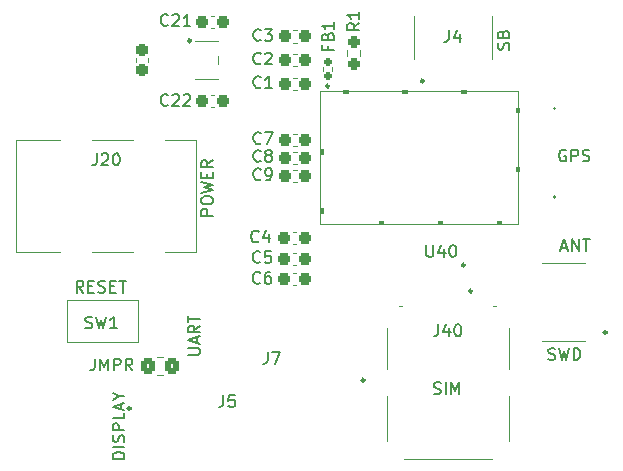
<source format=gto>
%TF.GenerationSoftware,KiCad,Pcbnew,(7.0.0)*%
%TF.CreationDate,2023-05-09T15:07:27+03:00*%
%TF.ProjectId,IoT_sulari,496f545f-7375-46c6-9172-692e6b696361,rev?*%
%TF.SameCoordinates,Original*%
%TF.FileFunction,Legend,Top*%
%TF.FilePolarity,Positive*%
%FSLAX46Y46*%
G04 Gerber Fmt 4.6, Leading zero omitted, Abs format (unit mm)*
G04 Created by KiCad (PCBNEW (7.0.0)) date 2023-05-09 15:07:27*
%MOMM*%
%LPD*%
G01*
G04 APERTURE LIST*
G04 Aperture macros list*
%AMRoundRect*
0 Rectangle with rounded corners*
0 $1 Rounding radius*
0 $2 $3 $4 $5 $6 $7 $8 $9 X,Y pos of 4 corners*
0 Add a 4 corners polygon primitive as box body*
4,1,4,$2,$3,$4,$5,$6,$7,$8,$9,$2,$3,0*
0 Add four circle primitives for the rounded corners*
1,1,$1+$1,$2,$3*
1,1,$1+$1,$4,$5*
1,1,$1+$1,$6,$7*
1,1,$1+$1,$8,$9*
0 Add four rect primitives between the rounded corners*
20,1,$1+$1,$2,$3,$4,$5,0*
20,1,$1+$1,$4,$5,$6,$7,0*
20,1,$1+$1,$6,$7,$8,$9,0*
20,1,$1+$1,$8,$9,$2,$3,0*%
G04 Aperture macros list end*
%ADD10C,0.241421*%
%ADD11C,0.153000*%
%ADD12C,0.127000*%
%ADD13C,0.120000*%
%ADD14C,0.100000*%
%ADD15R,1.000000X1.000000*%
%ADD16R,2.200000X1.050000*%
%ADD17R,0.972299X0.508000*%
%ADD18RoundRect,0.237500X-0.237500X0.300000X-0.237500X-0.300000X0.237500X-0.300000X0.237500X0.300000X0*%
%ADD19RoundRect,0.237500X0.300000X0.237500X-0.300000X0.237500X-0.300000X-0.237500X0.300000X-0.237500X0*%
%ADD20RoundRect,0.237500X-0.237500X0.250000X-0.237500X-0.250000X0.237500X-0.250000X0.237500X0.250000X0*%
%ADD21C,0.800000*%
%ADD22C,6.400000*%
%ADD23R,3.350000X2.160000*%
%ADD24R,1.000000X3.000000*%
%ADD25R,0.482600X1.803400*%
%ADD26R,1.030000X0.990600*%
%ADD27R,0.660400X1.295400*%
%ADD28RoundRect,0.250000X-0.350000X-0.450000X0.350000X-0.450000X0.350000X0.450000X-0.350000X0.450000X0*%
%ADD29RoundRect,0.160000X0.160000X-0.197500X0.160000X0.197500X-0.160000X0.197500X-0.160000X-0.197500X0*%
%ADD30R,0.300000X0.380000*%
%ADD31R,1.700000X0.400000*%
%ADD32R,2.006600X2.006600*%
%ADD33R,2.387600X0.762000*%
%ADD34R,0.762000X2.387600*%
%ADD35R,0.304800X0.304800*%
%ADD36R,0.812800X0.812800*%
G04 APERTURE END LIST*
D10*
X142620710Y-64058579D02*
G75*
G03*
X142620710Y-64058579I-120710J0D01*
G01*
X102320710Y-70500000D02*
G75*
G03*
X102320710Y-70500000I-120710J0D01*
G01*
X131220710Y-60558579D02*
G75*
G03*
X131220710Y-60558579I-120710J0D01*
G01*
X122120710Y-68100000D02*
G75*
G03*
X122120710Y-68100000I-120710J0D01*
G01*
X127120710Y-42758579D02*
G75*
G03*
X127120710Y-42758579I-120710J0D01*
G01*
X130620710Y-58358579D02*
G75*
G03*
X130620710Y-58358579I-120710J0D01*
G01*
X107420710Y-39358579D02*
G75*
G03*
X107420710Y-39358579I-120710J0D01*
G01*
X119120710Y-43200000D02*
G75*
G03*
X119120710Y-43200000I-120710J0D01*
G01*
D11*
X98309523Y-60682380D02*
X97976190Y-60206190D01*
X97738095Y-60682380D02*
X97738095Y-59682380D01*
X97738095Y-59682380D02*
X98119047Y-59682380D01*
X98119047Y-59682380D02*
X98214285Y-59730000D01*
X98214285Y-59730000D02*
X98261904Y-59777619D01*
X98261904Y-59777619D02*
X98309523Y-59872857D01*
X98309523Y-59872857D02*
X98309523Y-60015714D01*
X98309523Y-60015714D02*
X98261904Y-60110952D01*
X98261904Y-60110952D02*
X98214285Y-60158571D01*
X98214285Y-60158571D02*
X98119047Y-60206190D01*
X98119047Y-60206190D02*
X97738095Y-60206190D01*
X98738095Y-60158571D02*
X99071428Y-60158571D01*
X99214285Y-60682380D02*
X98738095Y-60682380D01*
X98738095Y-60682380D02*
X98738095Y-59682380D01*
X98738095Y-59682380D02*
X99214285Y-59682380D01*
X99595238Y-60634761D02*
X99738095Y-60682380D01*
X99738095Y-60682380D02*
X99976190Y-60682380D01*
X99976190Y-60682380D02*
X100071428Y-60634761D01*
X100071428Y-60634761D02*
X100119047Y-60587142D01*
X100119047Y-60587142D02*
X100166666Y-60491904D01*
X100166666Y-60491904D02*
X100166666Y-60396666D01*
X100166666Y-60396666D02*
X100119047Y-60301428D01*
X100119047Y-60301428D02*
X100071428Y-60253809D01*
X100071428Y-60253809D02*
X99976190Y-60206190D01*
X99976190Y-60206190D02*
X99785714Y-60158571D01*
X99785714Y-60158571D02*
X99690476Y-60110952D01*
X99690476Y-60110952D02*
X99642857Y-60063333D01*
X99642857Y-60063333D02*
X99595238Y-59968095D01*
X99595238Y-59968095D02*
X99595238Y-59872857D01*
X99595238Y-59872857D02*
X99642857Y-59777619D01*
X99642857Y-59777619D02*
X99690476Y-59730000D01*
X99690476Y-59730000D02*
X99785714Y-59682380D01*
X99785714Y-59682380D02*
X100023809Y-59682380D01*
X100023809Y-59682380D02*
X100166666Y-59730000D01*
X100595238Y-60158571D02*
X100928571Y-60158571D01*
X101071428Y-60682380D02*
X100595238Y-60682380D01*
X100595238Y-60682380D02*
X100595238Y-59682380D01*
X100595238Y-59682380D02*
X101071428Y-59682380D01*
X101357143Y-59682380D02*
X101928571Y-59682380D01*
X101642857Y-60682380D02*
X101642857Y-59682380D01*
X134334761Y-40109523D02*
X134382380Y-39966666D01*
X134382380Y-39966666D02*
X134382380Y-39728571D01*
X134382380Y-39728571D02*
X134334761Y-39633333D01*
X134334761Y-39633333D02*
X134287142Y-39585714D01*
X134287142Y-39585714D02*
X134191904Y-39538095D01*
X134191904Y-39538095D02*
X134096666Y-39538095D01*
X134096666Y-39538095D02*
X134001428Y-39585714D01*
X134001428Y-39585714D02*
X133953809Y-39633333D01*
X133953809Y-39633333D02*
X133906190Y-39728571D01*
X133906190Y-39728571D02*
X133858571Y-39919047D01*
X133858571Y-39919047D02*
X133810952Y-40014285D01*
X133810952Y-40014285D02*
X133763333Y-40061904D01*
X133763333Y-40061904D02*
X133668095Y-40109523D01*
X133668095Y-40109523D02*
X133572857Y-40109523D01*
X133572857Y-40109523D02*
X133477619Y-40061904D01*
X133477619Y-40061904D02*
X133430000Y-40014285D01*
X133430000Y-40014285D02*
X133382380Y-39919047D01*
X133382380Y-39919047D02*
X133382380Y-39680952D01*
X133382380Y-39680952D02*
X133430000Y-39538095D01*
X133858571Y-38776190D02*
X133906190Y-38633333D01*
X133906190Y-38633333D02*
X133953809Y-38585714D01*
X133953809Y-38585714D02*
X134049047Y-38538095D01*
X134049047Y-38538095D02*
X134191904Y-38538095D01*
X134191904Y-38538095D02*
X134287142Y-38585714D01*
X134287142Y-38585714D02*
X134334761Y-38633333D01*
X134334761Y-38633333D02*
X134382380Y-38728571D01*
X134382380Y-38728571D02*
X134382380Y-39109523D01*
X134382380Y-39109523D02*
X133382380Y-39109523D01*
X133382380Y-39109523D02*
X133382380Y-38776190D01*
X133382380Y-38776190D02*
X133430000Y-38680952D01*
X133430000Y-38680952D02*
X133477619Y-38633333D01*
X133477619Y-38633333D02*
X133572857Y-38585714D01*
X133572857Y-38585714D02*
X133668095Y-38585714D01*
X133668095Y-38585714D02*
X133763333Y-38633333D01*
X133763333Y-38633333D02*
X133810952Y-38680952D01*
X133810952Y-38680952D02*
X133858571Y-38776190D01*
X133858571Y-38776190D02*
X133858571Y-39109523D01*
X137690476Y-66334761D02*
X137833333Y-66382380D01*
X137833333Y-66382380D02*
X138071428Y-66382380D01*
X138071428Y-66382380D02*
X138166666Y-66334761D01*
X138166666Y-66334761D02*
X138214285Y-66287142D01*
X138214285Y-66287142D02*
X138261904Y-66191904D01*
X138261904Y-66191904D02*
X138261904Y-66096666D01*
X138261904Y-66096666D02*
X138214285Y-66001428D01*
X138214285Y-66001428D02*
X138166666Y-65953809D01*
X138166666Y-65953809D02*
X138071428Y-65906190D01*
X138071428Y-65906190D02*
X137880952Y-65858571D01*
X137880952Y-65858571D02*
X137785714Y-65810952D01*
X137785714Y-65810952D02*
X137738095Y-65763333D01*
X137738095Y-65763333D02*
X137690476Y-65668095D01*
X137690476Y-65668095D02*
X137690476Y-65572857D01*
X137690476Y-65572857D02*
X137738095Y-65477619D01*
X137738095Y-65477619D02*
X137785714Y-65430000D01*
X137785714Y-65430000D02*
X137880952Y-65382380D01*
X137880952Y-65382380D02*
X138119047Y-65382380D01*
X138119047Y-65382380D02*
X138261904Y-65430000D01*
X138595238Y-65382380D02*
X138833333Y-66382380D01*
X138833333Y-66382380D02*
X139023809Y-65668095D01*
X139023809Y-65668095D02*
X139214285Y-66382380D01*
X139214285Y-66382380D02*
X139452381Y-65382380D01*
X139833333Y-66382380D02*
X139833333Y-65382380D01*
X139833333Y-65382380D02*
X140071428Y-65382380D01*
X140071428Y-65382380D02*
X140214285Y-65430000D01*
X140214285Y-65430000D02*
X140309523Y-65525238D01*
X140309523Y-65525238D02*
X140357142Y-65620476D01*
X140357142Y-65620476D02*
X140404761Y-65810952D01*
X140404761Y-65810952D02*
X140404761Y-65953809D01*
X140404761Y-65953809D02*
X140357142Y-66144285D01*
X140357142Y-66144285D02*
X140309523Y-66239523D01*
X140309523Y-66239523D02*
X140214285Y-66334761D01*
X140214285Y-66334761D02*
X140071428Y-66382380D01*
X140071428Y-66382380D02*
X139833333Y-66382380D01*
X109282380Y-54161904D02*
X108282380Y-54161904D01*
X108282380Y-54161904D02*
X108282380Y-53780952D01*
X108282380Y-53780952D02*
X108330000Y-53685714D01*
X108330000Y-53685714D02*
X108377619Y-53638095D01*
X108377619Y-53638095D02*
X108472857Y-53590476D01*
X108472857Y-53590476D02*
X108615714Y-53590476D01*
X108615714Y-53590476D02*
X108710952Y-53638095D01*
X108710952Y-53638095D02*
X108758571Y-53685714D01*
X108758571Y-53685714D02*
X108806190Y-53780952D01*
X108806190Y-53780952D02*
X108806190Y-54161904D01*
X108282380Y-52971428D02*
X108282380Y-52780952D01*
X108282380Y-52780952D02*
X108330000Y-52685714D01*
X108330000Y-52685714D02*
X108425238Y-52590476D01*
X108425238Y-52590476D02*
X108615714Y-52542857D01*
X108615714Y-52542857D02*
X108949047Y-52542857D01*
X108949047Y-52542857D02*
X109139523Y-52590476D01*
X109139523Y-52590476D02*
X109234761Y-52685714D01*
X109234761Y-52685714D02*
X109282380Y-52780952D01*
X109282380Y-52780952D02*
X109282380Y-52971428D01*
X109282380Y-52971428D02*
X109234761Y-53066666D01*
X109234761Y-53066666D02*
X109139523Y-53161904D01*
X109139523Y-53161904D02*
X108949047Y-53209523D01*
X108949047Y-53209523D02*
X108615714Y-53209523D01*
X108615714Y-53209523D02*
X108425238Y-53161904D01*
X108425238Y-53161904D02*
X108330000Y-53066666D01*
X108330000Y-53066666D02*
X108282380Y-52971428D01*
X108282380Y-52209523D02*
X109282380Y-51971428D01*
X109282380Y-51971428D02*
X108568095Y-51780952D01*
X108568095Y-51780952D02*
X109282380Y-51590476D01*
X109282380Y-51590476D02*
X108282380Y-51352381D01*
X108758571Y-50971428D02*
X108758571Y-50638095D01*
X109282380Y-50495238D02*
X109282380Y-50971428D01*
X109282380Y-50971428D02*
X108282380Y-50971428D01*
X108282380Y-50971428D02*
X108282380Y-50495238D01*
X109282380Y-49495238D02*
X108806190Y-49828571D01*
X109282380Y-50066666D02*
X108282380Y-50066666D01*
X108282380Y-50066666D02*
X108282380Y-49685714D01*
X108282380Y-49685714D02*
X108330000Y-49590476D01*
X108330000Y-49590476D02*
X108377619Y-49542857D01*
X108377619Y-49542857D02*
X108472857Y-49495238D01*
X108472857Y-49495238D02*
X108615714Y-49495238D01*
X108615714Y-49495238D02*
X108710952Y-49542857D01*
X108710952Y-49542857D02*
X108758571Y-49590476D01*
X108758571Y-49590476D02*
X108806190Y-49685714D01*
X108806190Y-49685714D02*
X108806190Y-50066666D01*
X101782380Y-74761904D02*
X100782380Y-74761904D01*
X100782380Y-74761904D02*
X100782380Y-74523809D01*
X100782380Y-74523809D02*
X100830000Y-74380952D01*
X100830000Y-74380952D02*
X100925238Y-74285714D01*
X100925238Y-74285714D02*
X101020476Y-74238095D01*
X101020476Y-74238095D02*
X101210952Y-74190476D01*
X101210952Y-74190476D02*
X101353809Y-74190476D01*
X101353809Y-74190476D02*
X101544285Y-74238095D01*
X101544285Y-74238095D02*
X101639523Y-74285714D01*
X101639523Y-74285714D02*
X101734761Y-74380952D01*
X101734761Y-74380952D02*
X101782380Y-74523809D01*
X101782380Y-74523809D02*
X101782380Y-74761904D01*
X101782380Y-73761904D02*
X100782380Y-73761904D01*
X101734761Y-73333333D02*
X101782380Y-73190476D01*
X101782380Y-73190476D02*
X101782380Y-72952381D01*
X101782380Y-72952381D02*
X101734761Y-72857143D01*
X101734761Y-72857143D02*
X101687142Y-72809524D01*
X101687142Y-72809524D02*
X101591904Y-72761905D01*
X101591904Y-72761905D02*
X101496666Y-72761905D01*
X101496666Y-72761905D02*
X101401428Y-72809524D01*
X101401428Y-72809524D02*
X101353809Y-72857143D01*
X101353809Y-72857143D02*
X101306190Y-72952381D01*
X101306190Y-72952381D02*
X101258571Y-73142857D01*
X101258571Y-73142857D02*
X101210952Y-73238095D01*
X101210952Y-73238095D02*
X101163333Y-73285714D01*
X101163333Y-73285714D02*
X101068095Y-73333333D01*
X101068095Y-73333333D02*
X100972857Y-73333333D01*
X100972857Y-73333333D02*
X100877619Y-73285714D01*
X100877619Y-73285714D02*
X100830000Y-73238095D01*
X100830000Y-73238095D02*
X100782380Y-73142857D01*
X100782380Y-73142857D02*
X100782380Y-72904762D01*
X100782380Y-72904762D02*
X100830000Y-72761905D01*
X101782380Y-72333333D02*
X100782380Y-72333333D01*
X100782380Y-72333333D02*
X100782380Y-71952381D01*
X100782380Y-71952381D02*
X100830000Y-71857143D01*
X100830000Y-71857143D02*
X100877619Y-71809524D01*
X100877619Y-71809524D02*
X100972857Y-71761905D01*
X100972857Y-71761905D02*
X101115714Y-71761905D01*
X101115714Y-71761905D02*
X101210952Y-71809524D01*
X101210952Y-71809524D02*
X101258571Y-71857143D01*
X101258571Y-71857143D02*
X101306190Y-71952381D01*
X101306190Y-71952381D02*
X101306190Y-72333333D01*
X101782380Y-70857143D02*
X101782380Y-71333333D01*
X101782380Y-71333333D02*
X100782380Y-71333333D01*
X101496666Y-70571428D02*
X101496666Y-70095238D01*
X101782380Y-70666666D02*
X100782380Y-70333333D01*
X100782380Y-70333333D02*
X101782380Y-70000000D01*
X101306190Y-69476190D02*
X101782380Y-69476190D01*
X100782380Y-69809523D02*
X101306190Y-69476190D01*
X101306190Y-69476190D02*
X100782380Y-69142857D01*
X139161904Y-48630000D02*
X139066666Y-48582380D01*
X139066666Y-48582380D02*
X138923809Y-48582380D01*
X138923809Y-48582380D02*
X138780952Y-48630000D01*
X138780952Y-48630000D02*
X138685714Y-48725238D01*
X138685714Y-48725238D02*
X138638095Y-48820476D01*
X138638095Y-48820476D02*
X138590476Y-49010952D01*
X138590476Y-49010952D02*
X138590476Y-49153809D01*
X138590476Y-49153809D02*
X138638095Y-49344285D01*
X138638095Y-49344285D02*
X138685714Y-49439523D01*
X138685714Y-49439523D02*
X138780952Y-49534761D01*
X138780952Y-49534761D02*
X138923809Y-49582380D01*
X138923809Y-49582380D02*
X139019047Y-49582380D01*
X139019047Y-49582380D02*
X139161904Y-49534761D01*
X139161904Y-49534761D02*
X139209523Y-49487142D01*
X139209523Y-49487142D02*
X139209523Y-49153809D01*
X139209523Y-49153809D02*
X139019047Y-49153809D01*
X139638095Y-49582380D02*
X139638095Y-48582380D01*
X139638095Y-48582380D02*
X140019047Y-48582380D01*
X140019047Y-48582380D02*
X140114285Y-48630000D01*
X140114285Y-48630000D02*
X140161904Y-48677619D01*
X140161904Y-48677619D02*
X140209523Y-48772857D01*
X140209523Y-48772857D02*
X140209523Y-48915714D01*
X140209523Y-48915714D02*
X140161904Y-49010952D01*
X140161904Y-49010952D02*
X140114285Y-49058571D01*
X140114285Y-49058571D02*
X140019047Y-49106190D01*
X140019047Y-49106190D02*
X139638095Y-49106190D01*
X140590476Y-49534761D02*
X140733333Y-49582380D01*
X140733333Y-49582380D02*
X140971428Y-49582380D01*
X140971428Y-49582380D02*
X141066666Y-49534761D01*
X141066666Y-49534761D02*
X141114285Y-49487142D01*
X141114285Y-49487142D02*
X141161904Y-49391904D01*
X141161904Y-49391904D02*
X141161904Y-49296666D01*
X141161904Y-49296666D02*
X141114285Y-49201428D01*
X141114285Y-49201428D02*
X141066666Y-49153809D01*
X141066666Y-49153809D02*
X140971428Y-49106190D01*
X140971428Y-49106190D02*
X140780952Y-49058571D01*
X140780952Y-49058571D02*
X140685714Y-49010952D01*
X140685714Y-49010952D02*
X140638095Y-48963333D01*
X140638095Y-48963333D02*
X140590476Y-48868095D01*
X140590476Y-48868095D02*
X140590476Y-48772857D01*
X140590476Y-48772857D02*
X140638095Y-48677619D01*
X140638095Y-48677619D02*
X140685714Y-48630000D01*
X140685714Y-48630000D02*
X140780952Y-48582380D01*
X140780952Y-48582380D02*
X141019047Y-48582380D01*
X141019047Y-48582380D02*
X141161904Y-48630000D01*
X127990476Y-69234761D02*
X128133333Y-69282380D01*
X128133333Y-69282380D02*
X128371428Y-69282380D01*
X128371428Y-69282380D02*
X128466666Y-69234761D01*
X128466666Y-69234761D02*
X128514285Y-69187142D01*
X128514285Y-69187142D02*
X128561904Y-69091904D01*
X128561904Y-69091904D02*
X128561904Y-68996666D01*
X128561904Y-68996666D02*
X128514285Y-68901428D01*
X128514285Y-68901428D02*
X128466666Y-68853809D01*
X128466666Y-68853809D02*
X128371428Y-68806190D01*
X128371428Y-68806190D02*
X128180952Y-68758571D01*
X128180952Y-68758571D02*
X128085714Y-68710952D01*
X128085714Y-68710952D02*
X128038095Y-68663333D01*
X128038095Y-68663333D02*
X127990476Y-68568095D01*
X127990476Y-68568095D02*
X127990476Y-68472857D01*
X127990476Y-68472857D02*
X128038095Y-68377619D01*
X128038095Y-68377619D02*
X128085714Y-68330000D01*
X128085714Y-68330000D02*
X128180952Y-68282380D01*
X128180952Y-68282380D02*
X128419047Y-68282380D01*
X128419047Y-68282380D02*
X128561904Y-68330000D01*
X128990476Y-69282380D02*
X128990476Y-68282380D01*
X129466666Y-69282380D02*
X129466666Y-68282380D01*
X129466666Y-68282380D02*
X129799999Y-68996666D01*
X129799999Y-68996666D02*
X130133332Y-68282380D01*
X130133332Y-68282380D02*
X130133332Y-69282380D01*
X107182380Y-65961904D02*
X107991904Y-65961904D01*
X107991904Y-65961904D02*
X108087142Y-65914285D01*
X108087142Y-65914285D02*
X108134761Y-65866666D01*
X108134761Y-65866666D02*
X108182380Y-65771428D01*
X108182380Y-65771428D02*
X108182380Y-65580952D01*
X108182380Y-65580952D02*
X108134761Y-65485714D01*
X108134761Y-65485714D02*
X108087142Y-65438095D01*
X108087142Y-65438095D02*
X107991904Y-65390476D01*
X107991904Y-65390476D02*
X107182380Y-65390476D01*
X107896666Y-64961904D02*
X107896666Y-64485714D01*
X108182380Y-65057142D02*
X107182380Y-64723809D01*
X107182380Y-64723809D02*
X108182380Y-64390476D01*
X108182380Y-63485714D02*
X107706190Y-63819047D01*
X108182380Y-64057142D02*
X107182380Y-64057142D01*
X107182380Y-64057142D02*
X107182380Y-63676190D01*
X107182380Y-63676190D02*
X107230000Y-63580952D01*
X107230000Y-63580952D02*
X107277619Y-63533333D01*
X107277619Y-63533333D02*
X107372857Y-63485714D01*
X107372857Y-63485714D02*
X107515714Y-63485714D01*
X107515714Y-63485714D02*
X107610952Y-63533333D01*
X107610952Y-63533333D02*
X107658571Y-63580952D01*
X107658571Y-63580952D02*
X107706190Y-63676190D01*
X107706190Y-63676190D02*
X107706190Y-64057142D01*
X107182380Y-63199999D02*
X107182380Y-62628571D01*
X108182380Y-62914285D02*
X107182380Y-62914285D01*
X138790476Y-56896666D02*
X139266666Y-56896666D01*
X138695238Y-57182380D02*
X139028571Y-56182380D01*
X139028571Y-56182380D02*
X139361904Y-57182380D01*
X139695238Y-57182380D02*
X139695238Y-56182380D01*
X139695238Y-56182380D02*
X140266666Y-57182380D01*
X140266666Y-57182380D02*
X140266666Y-56182380D01*
X140600000Y-56182380D02*
X141171428Y-56182380D01*
X140885714Y-57182380D02*
X140885714Y-56182380D01*
%TO.C,C22*%
X105469593Y-44772142D02*
X105421974Y-44819761D01*
X105421974Y-44819761D02*
X105279117Y-44867380D01*
X105279117Y-44867380D02*
X105183879Y-44867380D01*
X105183879Y-44867380D02*
X105041022Y-44819761D01*
X105041022Y-44819761D02*
X104945784Y-44724523D01*
X104945784Y-44724523D02*
X104898165Y-44629285D01*
X104898165Y-44629285D02*
X104850546Y-44438809D01*
X104850546Y-44438809D02*
X104850546Y-44295952D01*
X104850546Y-44295952D02*
X104898165Y-44105476D01*
X104898165Y-44105476D02*
X104945784Y-44010238D01*
X104945784Y-44010238D02*
X105041022Y-43915000D01*
X105041022Y-43915000D02*
X105183879Y-43867380D01*
X105183879Y-43867380D02*
X105279117Y-43867380D01*
X105279117Y-43867380D02*
X105421974Y-43915000D01*
X105421974Y-43915000D02*
X105469593Y-43962619D01*
X105850546Y-43962619D02*
X105898165Y-43915000D01*
X105898165Y-43915000D02*
X105993403Y-43867380D01*
X105993403Y-43867380D02*
X106231498Y-43867380D01*
X106231498Y-43867380D02*
X106326736Y-43915000D01*
X106326736Y-43915000D02*
X106374355Y-43962619D01*
X106374355Y-43962619D02*
X106421974Y-44057857D01*
X106421974Y-44057857D02*
X106421974Y-44153095D01*
X106421974Y-44153095D02*
X106374355Y-44295952D01*
X106374355Y-44295952D02*
X105802927Y-44867380D01*
X105802927Y-44867380D02*
X106421974Y-44867380D01*
X106802927Y-43962619D02*
X106850546Y-43915000D01*
X106850546Y-43915000D02*
X106945784Y-43867380D01*
X106945784Y-43867380D02*
X107183879Y-43867380D01*
X107183879Y-43867380D02*
X107279117Y-43915000D01*
X107279117Y-43915000D02*
X107326736Y-43962619D01*
X107326736Y-43962619D02*
X107374355Y-44057857D01*
X107374355Y-44057857D02*
X107374355Y-44153095D01*
X107374355Y-44153095D02*
X107326736Y-44295952D01*
X107326736Y-44295952D02*
X106755308Y-44867380D01*
X106755308Y-44867380D02*
X107374355Y-44867380D01*
%TO.C,R1*%
X121667380Y-37866666D02*
X121191190Y-38199999D01*
X121667380Y-38438094D02*
X120667380Y-38438094D01*
X120667380Y-38438094D02*
X120667380Y-38057142D01*
X120667380Y-38057142D02*
X120715000Y-37961904D01*
X120715000Y-37961904D02*
X120762619Y-37914285D01*
X120762619Y-37914285D02*
X120857857Y-37866666D01*
X120857857Y-37866666D02*
X121000714Y-37866666D01*
X121000714Y-37866666D02*
X121095952Y-37914285D01*
X121095952Y-37914285D02*
X121143571Y-37961904D01*
X121143571Y-37961904D02*
X121191190Y-38057142D01*
X121191190Y-38057142D02*
X121191190Y-38438094D01*
X121667380Y-36914285D02*
X121667380Y-37485713D01*
X121667380Y-37199999D02*
X120667380Y-37199999D01*
X120667380Y-37199999D02*
X120810238Y-37295237D01*
X120810238Y-37295237D02*
X120905476Y-37390475D01*
X120905476Y-37390475D02*
X120953095Y-37485713D01*
%TO.C,SW1*%
X98491667Y-63669761D02*
X98634524Y-63717380D01*
X98634524Y-63717380D02*
X98872619Y-63717380D01*
X98872619Y-63717380D02*
X98967857Y-63669761D01*
X98967857Y-63669761D02*
X99015476Y-63622142D01*
X99015476Y-63622142D02*
X99063095Y-63526904D01*
X99063095Y-63526904D02*
X99063095Y-63431666D01*
X99063095Y-63431666D02*
X99015476Y-63336428D01*
X99015476Y-63336428D02*
X98967857Y-63288809D01*
X98967857Y-63288809D02*
X98872619Y-63241190D01*
X98872619Y-63241190D02*
X98682143Y-63193571D01*
X98682143Y-63193571D02*
X98586905Y-63145952D01*
X98586905Y-63145952D02*
X98539286Y-63098333D01*
X98539286Y-63098333D02*
X98491667Y-63003095D01*
X98491667Y-63003095D02*
X98491667Y-62907857D01*
X98491667Y-62907857D02*
X98539286Y-62812619D01*
X98539286Y-62812619D02*
X98586905Y-62765000D01*
X98586905Y-62765000D02*
X98682143Y-62717380D01*
X98682143Y-62717380D02*
X98920238Y-62717380D01*
X98920238Y-62717380D02*
X99063095Y-62765000D01*
X99396429Y-62717380D02*
X99634524Y-63717380D01*
X99634524Y-63717380D02*
X99825000Y-63003095D01*
X99825000Y-63003095D02*
X100015476Y-63717380D01*
X100015476Y-63717380D02*
X100253572Y-62717380D01*
X101158333Y-63717380D02*
X100586905Y-63717380D01*
X100872619Y-63717380D02*
X100872619Y-62717380D01*
X100872619Y-62717380D02*
X100777381Y-62860238D01*
X100777381Y-62860238D02*
X100682143Y-62955476D01*
X100682143Y-62955476D02*
X100586905Y-63003095D01*
%TO.C,J7*%
X113926666Y-65717380D02*
X113926666Y-66431666D01*
X113926666Y-66431666D02*
X113879047Y-66574523D01*
X113879047Y-66574523D02*
X113783809Y-66669761D01*
X113783809Y-66669761D02*
X113640952Y-66717380D01*
X113640952Y-66717380D02*
X113545714Y-66717380D01*
X114307619Y-65717380D02*
X114974285Y-65717380D01*
X114974285Y-65717380D02*
X114545714Y-66717380D01*
%TO.C,J40*%
X128355476Y-63372379D02*
X128355476Y-64086665D01*
X128355476Y-64086665D02*
X128307857Y-64229522D01*
X128307857Y-64229522D02*
X128212619Y-64324760D01*
X128212619Y-64324760D02*
X128069762Y-64372379D01*
X128069762Y-64372379D02*
X127974524Y-64372379D01*
X129260238Y-63705713D02*
X129260238Y-64372379D01*
X129022143Y-63324760D02*
X128784048Y-64039046D01*
X128784048Y-64039046D02*
X129403095Y-64039046D01*
X129974524Y-63372379D02*
X130069762Y-63372379D01*
X130069762Y-63372379D02*
X130165000Y-63419999D01*
X130165000Y-63419999D02*
X130212619Y-63467618D01*
X130212619Y-63467618D02*
X130260238Y-63562856D01*
X130260238Y-63562856D02*
X130307857Y-63753332D01*
X130307857Y-63753332D02*
X130307857Y-63991427D01*
X130307857Y-63991427D02*
X130260238Y-64181903D01*
X130260238Y-64181903D02*
X130212619Y-64277141D01*
X130212619Y-64277141D02*
X130165000Y-64324760D01*
X130165000Y-64324760D02*
X130069762Y-64372379D01*
X130069762Y-64372379D02*
X129974524Y-64372379D01*
X129974524Y-64372379D02*
X129879286Y-64324760D01*
X129879286Y-64324760D02*
X129831667Y-64277141D01*
X129831667Y-64277141D02*
X129784048Y-64181903D01*
X129784048Y-64181903D02*
X129736429Y-63991427D01*
X129736429Y-63991427D02*
X129736429Y-63753332D01*
X129736429Y-63753332D02*
X129784048Y-63562856D01*
X129784048Y-63562856D02*
X129831667Y-63467618D01*
X129831667Y-63467618D02*
X129879286Y-63419999D01*
X129879286Y-63419999D02*
X129974524Y-63372379D01*
%TO.C,JMPR*%
X99271428Y-66267380D02*
X99271428Y-66981666D01*
X99271428Y-66981666D02*
X99223809Y-67124523D01*
X99223809Y-67124523D02*
X99128571Y-67219761D01*
X99128571Y-67219761D02*
X98985714Y-67267380D01*
X98985714Y-67267380D02*
X98890476Y-67267380D01*
X99747619Y-67267380D02*
X99747619Y-66267380D01*
X99747619Y-66267380D02*
X100080952Y-66981666D01*
X100080952Y-66981666D02*
X100414285Y-66267380D01*
X100414285Y-66267380D02*
X100414285Y-67267380D01*
X100890476Y-67267380D02*
X100890476Y-66267380D01*
X100890476Y-66267380D02*
X101271428Y-66267380D01*
X101271428Y-66267380D02*
X101366666Y-66315000D01*
X101366666Y-66315000D02*
X101414285Y-66362619D01*
X101414285Y-66362619D02*
X101461904Y-66457857D01*
X101461904Y-66457857D02*
X101461904Y-66600714D01*
X101461904Y-66600714D02*
X101414285Y-66695952D01*
X101414285Y-66695952D02*
X101366666Y-66743571D01*
X101366666Y-66743571D02*
X101271428Y-66791190D01*
X101271428Y-66791190D02*
X100890476Y-66791190D01*
X102461904Y-67267380D02*
X102128571Y-66791190D01*
X101890476Y-67267380D02*
X101890476Y-66267380D01*
X101890476Y-66267380D02*
X102271428Y-66267380D01*
X102271428Y-66267380D02*
X102366666Y-66315000D01*
X102366666Y-66315000D02*
X102414285Y-66362619D01*
X102414285Y-66362619D02*
X102461904Y-66457857D01*
X102461904Y-66457857D02*
X102461904Y-66600714D01*
X102461904Y-66600714D02*
X102414285Y-66695952D01*
X102414285Y-66695952D02*
X102366666Y-66743571D01*
X102366666Y-66743571D02*
X102271428Y-66791190D01*
X102271428Y-66791190D02*
X101890476Y-66791190D01*
%TO.C,J5*%
X110166666Y-69367380D02*
X110166666Y-70081666D01*
X110166666Y-70081666D02*
X110119047Y-70224523D01*
X110119047Y-70224523D02*
X110023809Y-70319761D01*
X110023809Y-70319761D02*
X109880952Y-70367380D01*
X109880952Y-70367380D02*
X109785714Y-70367380D01*
X111119047Y-69367380D02*
X110642857Y-69367380D01*
X110642857Y-69367380D02*
X110595238Y-69843571D01*
X110595238Y-69843571D02*
X110642857Y-69795952D01*
X110642857Y-69795952D02*
X110738095Y-69748333D01*
X110738095Y-69748333D02*
X110976190Y-69748333D01*
X110976190Y-69748333D02*
X111071428Y-69795952D01*
X111071428Y-69795952D02*
X111119047Y-69843571D01*
X111119047Y-69843571D02*
X111166666Y-69938809D01*
X111166666Y-69938809D02*
X111166666Y-70176904D01*
X111166666Y-70176904D02*
X111119047Y-70272142D01*
X111119047Y-70272142D02*
X111071428Y-70319761D01*
X111071428Y-70319761D02*
X110976190Y-70367380D01*
X110976190Y-70367380D02*
X110738095Y-70367380D01*
X110738095Y-70367380D02*
X110642857Y-70319761D01*
X110642857Y-70319761D02*
X110595238Y-70272142D01*
%TO.C,C7*%
X113333333Y-48022142D02*
X113285714Y-48069761D01*
X113285714Y-48069761D02*
X113142857Y-48117380D01*
X113142857Y-48117380D02*
X113047619Y-48117380D01*
X113047619Y-48117380D02*
X112904762Y-48069761D01*
X112904762Y-48069761D02*
X112809524Y-47974523D01*
X112809524Y-47974523D02*
X112761905Y-47879285D01*
X112761905Y-47879285D02*
X112714286Y-47688809D01*
X112714286Y-47688809D02*
X112714286Y-47545952D01*
X112714286Y-47545952D02*
X112761905Y-47355476D01*
X112761905Y-47355476D02*
X112809524Y-47260238D01*
X112809524Y-47260238D02*
X112904762Y-47165000D01*
X112904762Y-47165000D02*
X113047619Y-47117380D01*
X113047619Y-47117380D02*
X113142857Y-47117380D01*
X113142857Y-47117380D02*
X113285714Y-47165000D01*
X113285714Y-47165000D02*
X113333333Y-47212619D01*
X113666667Y-47117380D02*
X114333333Y-47117380D01*
X114333333Y-47117380D02*
X113904762Y-48117380D01*
%TO.C,C4*%
X113145833Y-56334642D02*
X113098214Y-56382261D01*
X113098214Y-56382261D02*
X112955357Y-56429880D01*
X112955357Y-56429880D02*
X112860119Y-56429880D01*
X112860119Y-56429880D02*
X112717262Y-56382261D01*
X112717262Y-56382261D02*
X112622024Y-56287023D01*
X112622024Y-56287023D02*
X112574405Y-56191785D01*
X112574405Y-56191785D02*
X112526786Y-56001309D01*
X112526786Y-56001309D02*
X112526786Y-55858452D01*
X112526786Y-55858452D02*
X112574405Y-55667976D01*
X112574405Y-55667976D02*
X112622024Y-55572738D01*
X112622024Y-55572738D02*
X112717262Y-55477500D01*
X112717262Y-55477500D02*
X112860119Y-55429880D01*
X112860119Y-55429880D02*
X112955357Y-55429880D01*
X112955357Y-55429880D02*
X113098214Y-55477500D01*
X113098214Y-55477500D02*
X113145833Y-55525119D01*
X114002976Y-55763214D02*
X114002976Y-56429880D01*
X113764881Y-55382261D02*
X113526786Y-56096547D01*
X113526786Y-56096547D02*
X114145833Y-56096547D01*
%TO.C,C6*%
X113283333Y-59834642D02*
X113235714Y-59882261D01*
X113235714Y-59882261D02*
X113092857Y-59929880D01*
X113092857Y-59929880D02*
X112997619Y-59929880D01*
X112997619Y-59929880D02*
X112854762Y-59882261D01*
X112854762Y-59882261D02*
X112759524Y-59787023D01*
X112759524Y-59787023D02*
X112711905Y-59691785D01*
X112711905Y-59691785D02*
X112664286Y-59501309D01*
X112664286Y-59501309D02*
X112664286Y-59358452D01*
X112664286Y-59358452D02*
X112711905Y-59167976D01*
X112711905Y-59167976D02*
X112759524Y-59072738D01*
X112759524Y-59072738D02*
X112854762Y-58977500D01*
X112854762Y-58977500D02*
X112997619Y-58929880D01*
X112997619Y-58929880D02*
X113092857Y-58929880D01*
X113092857Y-58929880D02*
X113235714Y-58977500D01*
X113235714Y-58977500D02*
X113283333Y-59025119D01*
X114140476Y-58929880D02*
X113950000Y-58929880D01*
X113950000Y-58929880D02*
X113854762Y-58977500D01*
X113854762Y-58977500D02*
X113807143Y-59025119D01*
X113807143Y-59025119D02*
X113711905Y-59167976D01*
X113711905Y-59167976D02*
X113664286Y-59358452D01*
X113664286Y-59358452D02*
X113664286Y-59739404D01*
X113664286Y-59739404D02*
X113711905Y-59834642D01*
X113711905Y-59834642D02*
X113759524Y-59882261D01*
X113759524Y-59882261D02*
X113854762Y-59929880D01*
X113854762Y-59929880D02*
X114045238Y-59929880D01*
X114045238Y-59929880D02*
X114140476Y-59882261D01*
X114140476Y-59882261D02*
X114188095Y-59834642D01*
X114188095Y-59834642D02*
X114235714Y-59739404D01*
X114235714Y-59739404D02*
X114235714Y-59501309D01*
X114235714Y-59501309D02*
X114188095Y-59406071D01*
X114188095Y-59406071D02*
X114140476Y-59358452D01*
X114140476Y-59358452D02*
X114045238Y-59310833D01*
X114045238Y-59310833D02*
X113854762Y-59310833D01*
X113854762Y-59310833D02*
X113759524Y-59358452D01*
X113759524Y-59358452D02*
X113711905Y-59406071D01*
X113711905Y-59406071D02*
X113664286Y-59501309D01*
%TO.C,C5*%
X113283333Y-58084642D02*
X113235714Y-58132261D01*
X113235714Y-58132261D02*
X113092857Y-58179880D01*
X113092857Y-58179880D02*
X112997619Y-58179880D01*
X112997619Y-58179880D02*
X112854762Y-58132261D01*
X112854762Y-58132261D02*
X112759524Y-58037023D01*
X112759524Y-58037023D02*
X112711905Y-57941785D01*
X112711905Y-57941785D02*
X112664286Y-57751309D01*
X112664286Y-57751309D02*
X112664286Y-57608452D01*
X112664286Y-57608452D02*
X112711905Y-57417976D01*
X112711905Y-57417976D02*
X112759524Y-57322738D01*
X112759524Y-57322738D02*
X112854762Y-57227500D01*
X112854762Y-57227500D02*
X112997619Y-57179880D01*
X112997619Y-57179880D02*
X113092857Y-57179880D01*
X113092857Y-57179880D02*
X113235714Y-57227500D01*
X113235714Y-57227500D02*
X113283333Y-57275119D01*
X114188095Y-57179880D02*
X113711905Y-57179880D01*
X113711905Y-57179880D02*
X113664286Y-57656071D01*
X113664286Y-57656071D02*
X113711905Y-57608452D01*
X113711905Y-57608452D02*
X113807143Y-57560833D01*
X113807143Y-57560833D02*
X114045238Y-57560833D01*
X114045238Y-57560833D02*
X114140476Y-57608452D01*
X114140476Y-57608452D02*
X114188095Y-57656071D01*
X114188095Y-57656071D02*
X114235714Y-57751309D01*
X114235714Y-57751309D02*
X114235714Y-57989404D01*
X114235714Y-57989404D02*
X114188095Y-58084642D01*
X114188095Y-58084642D02*
X114140476Y-58132261D01*
X114140476Y-58132261D02*
X114045238Y-58179880D01*
X114045238Y-58179880D02*
X113807143Y-58179880D01*
X113807143Y-58179880D02*
X113711905Y-58132261D01*
X113711905Y-58132261D02*
X113664286Y-58084642D01*
%TO.C,FB1*%
X118993571Y-39833333D02*
X118993571Y-40166666D01*
X119517380Y-40166666D02*
X118517380Y-40166666D01*
X118517380Y-40166666D02*
X118517380Y-39690476D01*
X118993571Y-38976190D02*
X119041190Y-38833333D01*
X119041190Y-38833333D02*
X119088809Y-38785714D01*
X119088809Y-38785714D02*
X119184047Y-38738095D01*
X119184047Y-38738095D02*
X119326904Y-38738095D01*
X119326904Y-38738095D02*
X119422142Y-38785714D01*
X119422142Y-38785714D02*
X119469761Y-38833333D01*
X119469761Y-38833333D02*
X119517380Y-38928571D01*
X119517380Y-38928571D02*
X119517380Y-39309523D01*
X119517380Y-39309523D02*
X118517380Y-39309523D01*
X118517380Y-39309523D02*
X118517380Y-38976190D01*
X118517380Y-38976190D02*
X118565000Y-38880952D01*
X118565000Y-38880952D02*
X118612619Y-38833333D01*
X118612619Y-38833333D02*
X118707857Y-38785714D01*
X118707857Y-38785714D02*
X118803095Y-38785714D01*
X118803095Y-38785714D02*
X118898333Y-38833333D01*
X118898333Y-38833333D02*
X118945952Y-38880952D01*
X118945952Y-38880952D02*
X118993571Y-38976190D01*
X118993571Y-38976190D02*
X118993571Y-39309523D01*
X119517380Y-37785714D02*
X119517380Y-38357142D01*
X119517380Y-38071428D02*
X118517380Y-38071428D01*
X118517380Y-38071428D02*
X118660238Y-38166666D01*
X118660238Y-38166666D02*
X118755476Y-38261904D01*
X118755476Y-38261904D02*
X118803095Y-38357142D01*
%TO.C,U40*%
X127361905Y-56667380D02*
X127361905Y-57476904D01*
X127361905Y-57476904D02*
X127409524Y-57572142D01*
X127409524Y-57572142D02*
X127457143Y-57619761D01*
X127457143Y-57619761D02*
X127552381Y-57667380D01*
X127552381Y-57667380D02*
X127742857Y-57667380D01*
X127742857Y-57667380D02*
X127838095Y-57619761D01*
X127838095Y-57619761D02*
X127885714Y-57572142D01*
X127885714Y-57572142D02*
X127933333Y-57476904D01*
X127933333Y-57476904D02*
X127933333Y-56667380D01*
X128838095Y-57000714D02*
X128838095Y-57667380D01*
X128600000Y-56619761D02*
X128361905Y-57334047D01*
X128361905Y-57334047D02*
X128980952Y-57334047D01*
X129552381Y-56667380D02*
X129647619Y-56667380D01*
X129647619Y-56667380D02*
X129742857Y-56715000D01*
X129742857Y-56715000D02*
X129790476Y-56762619D01*
X129790476Y-56762619D02*
X129838095Y-56857857D01*
X129838095Y-56857857D02*
X129885714Y-57048333D01*
X129885714Y-57048333D02*
X129885714Y-57286428D01*
X129885714Y-57286428D02*
X129838095Y-57476904D01*
X129838095Y-57476904D02*
X129790476Y-57572142D01*
X129790476Y-57572142D02*
X129742857Y-57619761D01*
X129742857Y-57619761D02*
X129647619Y-57667380D01*
X129647619Y-57667380D02*
X129552381Y-57667380D01*
X129552381Y-57667380D02*
X129457143Y-57619761D01*
X129457143Y-57619761D02*
X129409524Y-57572142D01*
X129409524Y-57572142D02*
X129361905Y-57476904D01*
X129361905Y-57476904D02*
X129314286Y-57286428D01*
X129314286Y-57286428D02*
X129314286Y-57048333D01*
X129314286Y-57048333D02*
X129361905Y-56857857D01*
X129361905Y-56857857D02*
X129409524Y-56762619D01*
X129409524Y-56762619D02*
X129457143Y-56715000D01*
X129457143Y-56715000D02*
X129552381Y-56667380D01*
%TO.C,C8*%
X113333333Y-49522142D02*
X113285714Y-49569761D01*
X113285714Y-49569761D02*
X113142857Y-49617380D01*
X113142857Y-49617380D02*
X113047619Y-49617380D01*
X113047619Y-49617380D02*
X112904762Y-49569761D01*
X112904762Y-49569761D02*
X112809524Y-49474523D01*
X112809524Y-49474523D02*
X112761905Y-49379285D01*
X112761905Y-49379285D02*
X112714286Y-49188809D01*
X112714286Y-49188809D02*
X112714286Y-49045952D01*
X112714286Y-49045952D02*
X112761905Y-48855476D01*
X112761905Y-48855476D02*
X112809524Y-48760238D01*
X112809524Y-48760238D02*
X112904762Y-48665000D01*
X112904762Y-48665000D02*
X113047619Y-48617380D01*
X113047619Y-48617380D02*
X113142857Y-48617380D01*
X113142857Y-48617380D02*
X113285714Y-48665000D01*
X113285714Y-48665000D02*
X113333333Y-48712619D01*
X113904762Y-49045952D02*
X113809524Y-48998333D01*
X113809524Y-48998333D02*
X113761905Y-48950714D01*
X113761905Y-48950714D02*
X113714286Y-48855476D01*
X113714286Y-48855476D02*
X113714286Y-48807857D01*
X113714286Y-48807857D02*
X113761905Y-48712619D01*
X113761905Y-48712619D02*
X113809524Y-48665000D01*
X113809524Y-48665000D02*
X113904762Y-48617380D01*
X113904762Y-48617380D02*
X114095238Y-48617380D01*
X114095238Y-48617380D02*
X114190476Y-48665000D01*
X114190476Y-48665000D02*
X114238095Y-48712619D01*
X114238095Y-48712619D02*
X114285714Y-48807857D01*
X114285714Y-48807857D02*
X114285714Y-48855476D01*
X114285714Y-48855476D02*
X114238095Y-48950714D01*
X114238095Y-48950714D02*
X114190476Y-48998333D01*
X114190476Y-48998333D02*
X114095238Y-49045952D01*
X114095238Y-49045952D02*
X113904762Y-49045952D01*
X113904762Y-49045952D02*
X113809524Y-49093571D01*
X113809524Y-49093571D02*
X113761905Y-49141190D01*
X113761905Y-49141190D02*
X113714286Y-49236428D01*
X113714286Y-49236428D02*
X113714286Y-49426904D01*
X113714286Y-49426904D02*
X113761905Y-49522142D01*
X113761905Y-49522142D02*
X113809524Y-49569761D01*
X113809524Y-49569761D02*
X113904762Y-49617380D01*
X113904762Y-49617380D02*
X114095238Y-49617380D01*
X114095238Y-49617380D02*
X114190476Y-49569761D01*
X114190476Y-49569761D02*
X114238095Y-49522142D01*
X114238095Y-49522142D02*
X114285714Y-49426904D01*
X114285714Y-49426904D02*
X114285714Y-49236428D01*
X114285714Y-49236428D02*
X114238095Y-49141190D01*
X114238095Y-49141190D02*
X114190476Y-49093571D01*
X114190476Y-49093571D02*
X114095238Y-49045952D01*
%TO.C,J20*%
X99430476Y-48907382D02*
X99430476Y-49621668D01*
X99430476Y-49621668D02*
X99382857Y-49764525D01*
X99382857Y-49764525D02*
X99287619Y-49859763D01*
X99287619Y-49859763D02*
X99144762Y-49907382D01*
X99144762Y-49907382D02*
X99049524Y-49907382D01*
X99859048Y-49002621D02*
X99906667Y-48955002D01*
X99906667Y-48955002D02*
X100001905Y-48907382D01*
X100001905Y-48907382D02*
X100240000Y-48907382D01*
X100240000Y-48907382D02*
X100335238Y-48955002D01*
X100335238Y-48955002D02*
X100382857Y-49002621D01*
X100382857Y-49002621D02*
X100430476Y-49097859D01*
X100430476Y-49097859D02*
X100430476Y-49193097D01*
X100430476Y-49193097D02*
X100382857Y-49335954D01*
X100382857Y-49335954D02*
X99811429Y-49907382D01*
X99811429Y-49907382D02*
X100430476Y-49907382D01*
X101049524Y-48907382D02*
X101144762Y-48907382D01*
X101144762Y-48907382D02*
X101240000Y-48955002D01*
X101240000Y-48955002D02*
X101287619Y-49002621D01*
X101287619Y-49002621D02*
X101335238Y-49097859D01*
X101335238Y-49097859D02*
X101382857Y-49288335D01*
X101382857Y-49288335D02*
X101382857Y-49526430D01*
X101382857Y-49526430D02*
X101335238Y-49716906D01*
X101335238Y-49716906D02*
X101287619Y-49812144D01*
X101287619Y-49812144D02*
X101240000Y-49859763D01*
X101240000Y-49859763D02*
X101144762Y-49907382D01*
X101144762Y-49907382D02*
X101049524Y-49907382D01*
X101049524Y-49907382D02*
X100954286Y-49859763D01*
X100954286Y-49859763D02*
X100906667Y-49812144D01*
X100906667Y-49812144D02*
X100859048Y-49716906D01*
X100859048Y-49716906D02*
X100811429Y-49526430D01*
X100811429Y-49526430D02*
X100811429Y-49288335D01*
X100811429Y-49288335D02*
X100859048Y-49097859D01*
X100859048Y-49097859D02*
X100906667Y-49002621D01*
X100906667Y-49002621D02*
X100954286Y-48955002D01*
X100954286Y-48955002D02*
X101049524Y-48907382D01*
%TO.C,C2*%
X113333333Y-41272142D02*
X113285714Y-41319761D01*
X113285714Y-41319761D02*
X113142857Y-41367380D01*
X113142857Y-41367380D02*
X113047619Y-41367380D01*
X113047619Y-41367380D02*
X112904762Y-41319761D01*
X112904762Y-41319761D02*
X112809524Y-41224523D01*
X112809524Y-41224523D02*
X112761905Y-41129285D01*
X112761905Y-41129285D02*
X112714286Y-40938809D01*
X112714286Y-40938809D02*
X112714286Y-40795952D01*
X112714286Y-40795952D02*
X112761905Y-40605476D01*
X112761905Y-40605476D02*
X112809524Y-40510238D01*
X112809524Y-40510238D02*
X112904762Y-40415000D01*
X112904762Y-40415000D02*
X113047619Y-40367380D01*
X113047619Y-40367380D02*
X113142857Y-40367380D01*
X113142857Y-40367380D02*
X113285714Y-40415000D01*
X113285714Y-40415000D02*
X113333333Y-40462619D01*
X113714286Y-40462619D02*
X113761905Y-40415000D01*
X113761905Y-40415000D02*
X113857143Y-40367380D01*
X113857143Y-40367380D02*
X114095238Y-40367380D01*
X114095238Y-40367380D02*
X114190476Y-40415000D01*
X114190476Y-40415000D02*
X114238095Y-40462619D01*
X114238095Y-40462619D02*
X114285714Y-40557857D01*
X114285714Y-40557857D02*
X114285714Y-40653095D01*
X114285714Y-40653095D02*
X114238095Y-40795952D01*
X114238095Y-40795952D02*
X113666667Y-41367380D01*
X113666667Y-41367380D02*
X114285714Y-41367380D01*
%TO.C,C21*%
X105469593Y-38022142D02*
X105421974Y-38069761D01*
X105421974Y-38069761D02*
X105279117Y-38117380D01*
X105279117Y-38117380D02*
X105183879Y-38117380D01*
X105183879Y-38117380D02*
X105041022Y-38069761D01*
X105041022Y-38069761D02*
X104945784Y-37974523D01*
X104945784Y-37974523D02*
X104898165Y-37879285D01*
X104898165Y-37879285D02*
X104850546Y-37688809D01*
X104850546Y-37688809D02*
X104850546Y-37545952D01*
X104850546Y-37545952D02*
X104898165Y-37355476D01*
X104898165Y-37355476D02*
X104945784Y-37260238D01*
X104945784Y-37260238D02*
X105041022Y-37165000D01*
X105041022Y-37165000D02*
X105183879Y-37117380D01*
X105183879Y-37117380D02*
X105279117Y-37117380D01*
X105279117Y-37117380D02*
X105421974Y-37165000D01*
X105421974Y-37165000D02*
X105469593Y-37212619D01*
X105850546Y-37212619D02*
X105898165Y-37165000D01*
X105898165Y-37165000D02*
X105993403Y-37117380D01*
X105993403Y-37117380D02*
X106231498Y-37117380D01*
X106231498Y-37117380D02*
X106326736Y-37165000D01*
X106326736Y-37165000D02*
X106374355Y-37212619D01*
X106374355Y-37212619D02*
X106421974Y-37307857D01*
X106421974Y-37307857D02*
X106421974Y-37403095D01*
X106421974Y-37403095D02*
X106374355Y-37545952D01*
X106374355Y-37545952D02*
X105802927Y-38117380D01*
X105802927Y-38117380D02*
X106421974Y-38117380D01*
X107374355Y-38117380D02*
X106802927Y-38117380D01*
X107088641Y-38117380D02*
X107088641Y-37117380D01*
X107088641Y-37117380D02*
X106993403Y-37260238D01*
X106993403Y-37260238D02*
X106898165Y-37355476D01*
X106898165Y-37355476D02*
X106802927Y-37403095D01*
%TO.C,C1*%
X113333333Y-43272142D02*
X113285714Y-43319761D01*
X113285714Y-43319761D02*
X113142857Y-43367380D01*
X113142857Y-43367380D02*
X113047619Y-43367380D01*
X113047619Y-43367380D02*
X112904762Y-43319761D01*
X112904762Y-43319761D02*
X112809524Y-43224523D01*
X112809524Y-43224523D02*
X112761905Y-43129285D01*
X112761905Y-43129285D02*
X112714286Y-42938809D01*
X112714286Y-42938809D02*
X112714286Y-42795952D01*
X112714286Y-42795952D02*
X112761905Y-42605476D01*
X112761905Y-42605476D02*
X112809524Y-42510238D01*
X112809524Y-42510238D02*
X112904762Y-42415000D01*
X112904762Y-42415000D02*
X113047619Y-42367380D01*
X113047619Y-42367380D02*
X113142857Y-42367380D01*
X113142857Y-42367380D02*
X113285714Y-42415000D01*
X113285714Y-42415000D02*
X113333333Y-42462619D01*
X114285714Y-43367380D02*
X113714286Y-43367380D01*
X114000000Y-43367380D02*
X114000000Y-42367380D01*
X114000000Y-42367380D02*
X113904762Y-42510238D01*
X113904762Y-42510238D02*
X113809524Y-42605476D01*
X113809524Y-42605476D02*
X113714286Y-42653095D01*
%TO.C,C9*%
X113333333Y-51072142D02*
X113285714Y-51119761D01*
X113285714Y-51119761D02*
X113142857Y-51167380D01*
X113142857Y-51167380D02*
X113047619Y-51167380D01*
X113047619Y-51167380D02*
X112904762Y-51119761D01*
X112904762Y-51119761D02*
X112809524Y-51024523D01*
X112809524Y-51024523D02*
X112761905Y-50929285D01*
X112761905Y-50929285D02*
X112714286Y-50738809D01*
X112714286Y-50738809D02*
X112714286Y-50595952D01*
X112714286Y-50595952D02*
X112761905Y-50405476D01*
X112761905Y-50405476D02*
X112809524Y-50310238D01*
X112809524Y-50310238D02*
X112904762Y-50215000D01*
X112904762Y-50215000D02*
X113047619Y-50167380D01*
X113047619Y-50167380D02*
X113142857Y-50167380D01*
X113142857Y-50167380D02*
X113285714Y-50215000D01*
X113285714Y-50215000D02*
X113333333Y-50262619D01*
X113809524Y-51167380D02*
X114000000Y-51167380D01*
X114000000Y-51167380D02*
X114095238Y-51119761D01*
X114095238Y-51119761D02*
X114142857Y-51072142D01*
X114142857Y-51072142D02*
X114238095Y-50929285D01*
X114238095Y-50929285D02*
X114285714Y-50738809D01*
X114285714Y-50738809D02*
X114285714Y-50357857D01*
X114285714Y-50357857D02*
X114238095Y-50262619D01*
X114238095Y-50262619D02*
X114190476Y-50215000D01*
X114190476Y-50215000D02*
X114095238Y-50167380D01*
X114095238Y-50167380D02*
X113904762Y-50167380D01*
X113904762Y-50167380D02*
X113809524Y-50215000D01*
X113809524Y-50215000D02*
X113761905Y-50262619D01*
X113761905Y-50262619D02*
X113714286Y-50357857D01*
X113714286Y-50357857D02*
X113714286Y-50595952D01*
X113714286Y-50595952D02*
X113761905Y-50691190D01*
X113761905Y-50691190D02*
X113809524Y-50738809D01*
X113809524Y-50738809D02*
X113904762Y-50786428D01*
X113904762Y-50786428D02*
X114095238Y-50786428D01*
X114095238Y-50786428D02*
X114190476Y-50738809D01*
X114190476Y-50738809D02*
X114238095Y-50691190D01*
X114238095Y-50691190D02*
X114285714Y-50595952D01*
%TO.C,C3*%
X113333333Y-39272142D02*
X113285714Y-39319761D01*
X113285714Y-39319761D02*
X113142857Y-39367380D01*
X113142857Y-39367380D02*
X113047619Y-39367380D01*
X113047619Y-39367380D02*
X112904762Y-39319761D01*
X112904762Y-39319761D02*
X112809524Y-39224523D01*
X112809524Y-39224523D02*
X112761905Y-39129285D01*
X112761905Y-39129285D02*
X112714286Y-38938809D01*
X112714286Y-38938809D02*
X112714286Y-38795952D01*
X112714286Y-38795952D02*
X112761905Y-38605476D01*
X112761905Y-38605476D02*
X112809524Y-38510238D01*
X112809524Y-38510238D02*
X112904762Y-38415000D01*
X112904762Y-38415000D02*
X113047619Y-38367380D01*
X113047619Y-38367380D02*
X113142857Y-38367380D01*
X113142857Y-38367380D02*
X113285714Y-38415000D01*
X113285714Y-38415000D02*
X113333333Y-38462619D01*
X113666667Y-38367380D02*
X114285714Y-38367380D01*
X114285714Y-38367380D02*
X113952381Y-38748333D01*
X113952381Y-38748333D02*
X114095238Y-38748333D01*
X114095238Y-38748333D02*
X114190476Y-38795952D01*
X114190476Y-38795952D02*
X114238095Y-38843571D01*
X114238095Y-38843571D02*
X114285714Y-38938809D01*
X114285714Y-38938809D02*
X114285714Y-39176904D01*
X114285714Y-39176904D02*
X114238095Y-39272142D01*
X114238095Y-39272142D02*
X114190476Y-39319761D01*
X114190476Y-39319761D02*
X114095238Y-39367380D01*
X114095238Y-39367380D02*
X113809524Y-39367380D01*
X113809524Y-39367380D02*
X113714286Y-39319761D01*
X113714286Y-39319761D02*
X113666667Y-39272142D01*
%TO.C,J4*%
X129266666Y-38467380D02*
X129266666Y-39181666D01*
X129266666Y-39181666D02*
X129219047Y-39324523D01*
X129219047Y-39324523D02*
X129123809Y-39419761D01*
X129123809Y-39419761D02*
X128980952Y-39467380D01*
X128980952Y-39467380D02*
X128885714Y-39467380D01*
X130171428Y-38800714D02*
X130171428Y-39467380D01*
X129933333Y-38419761D02*
X129695238Y-39134047D01*
X129695238Y-39134047D02*
X130314285Y-39134047D01*
%TO.C,J1*%
D12*
X138263500Y-45100000D02*
G75*
G03*
X138263500Y-45100000I-63500J0D01*
G01*
D13*
%TO.C,U20*%
X107746700Y-42638300D02*
X109753300Y-42638300D01*
X109753300Y-39361700D02*
X107746700Y-39361700D01*
X109753300Y-41363261D02*
X109753300Y-40636739D01*
%TO.C,C20*%
X103810000Y-40853733D02*
X103810000Y-41146267D01*
X102790000Y-40853733D02*
X102790000Y-41146267D01*
%TO.C,C22*%
X109379569Y-45010000D02*
X109087035Y-45010000D01*
X109379569Y-43990000D02*
X109087035Y-43990000D01*
%TO.C,R1*%
X121722500Y-40145276D02*
X121722500Y-40654724D01*
X120677500Y-40145276D02*
X120677500Y-40654724D01*
D14*
%TO.C,SW1*%
X96900000Y-61350000D02*
X102900000Y-61350000D01*
X102900000Y-61350000D02*
X102900000Y-64850000D01*
X102900000Y-64850000D02*
X96900000Y-64850000D01*
X96900000Y-64850000D02*
X96900000Y-61350000D01*
D13*
%TO.C,J40*%
X124008800Y-63651354D02*
X124008800Y-67158604D01*
X124008800Y-69401393D02*
X124008800Y-73222442D01*
X125327060Y-61782999D02*
X125074076Y-61782999D01*
X125443687Y-74736999D02*
X132886313Y-74736999D01*
X133255924Y-61782999D02*
X133002940Y-61782999D01*
X134321200Y-67158604D02*
X134321200Y-63651354D01*
X134321200Y-73222442D02*
X134321200Y-69401393D01*
%TO.C,JMPR*%
X104572936Y-66165000D02*
X105027064Y-66165000D01*
X104572936Y-67635000D02*
X105027064Y-67635000D01*
%TO.C,C7*%
X116396267Y-48260000D02*
X116103733Y-48260000D01*
X116396267Y-47240000D02*
X116103733Y-47240000D01*
%TO.C,C4*%
X116346267Y-56572500D02*
X116053733Y-56572500D01*
X116346267Y-55552500D02*
X116053733Y-55552500D01*
%TO.C,C6*%
X116336985Y-60072500D02*
X116044451Y-60072500D01*
X116336985Y-59052500D02*
X116044451Y-59052500D01*
%TO.C,C5*%
X116346267Y-58322500D02*
X116053733Y-58322500D01*
X116346267Y-57302500D02*
X116053733Y-57302500D01*
%TO.C,FB1*%
X118620000Y-41917621D02*
X118620000Y-41582379D01*
X119380000Y-41917621D02*
X119380000Y-41582379D01*
%TO.C,C8*%
X116396267Y-49760000D02*
X116103733Y-49760000D01*
X116396267Y-48740000D02*
X116103733Y-48740000D01*
%TO.C,J20*%
X92573010Y-47775601D02*
X92573010Y-57224401D01*
X92573010Y-57224401D02*
X96363960Y-57224401D01*
X96363960Y-47775601D02*
X92573010Y-47775601D01*
X99036040Y-57224401D02*
X102513960Y-57224401D01*
X102513960Y-47775601D02*
X99036040Y-47775601D01*
X105186040Y-57224401D02*
X107838410Y-57224401D01*
X107838410Y-47775601D02*
X105186040Y-47775601D01*
X107838410Y-57224401D02*
X107838410Y-47775601D01*
%TO.C,J2*%
D12*
X138263500Y-52600000D02*
G75*
G03*
X138263500Y-52600000I-63500J0D01*
G01*
D13*
%TO.C,C2*%
X116396267Y-41510000D02*
X116103733Y-41510000D01*
X116396267Y-40490000D02*
X116103733Y-40490000D01*
%TO.C,C21*%
X109396218Y-38260000D02*
X109103684Y-38260000D01*
X109396218Y-37240000D02*
X109103684Y-37240000D01*
%TO.C,C1*%
X116396267Y-43510000D02*
X116103733Y-43510000D01*
X116396267Y-42490000D02*
X116103733Y-42490000D01*
%TO.C,J3*%
X137171200Y-64802000D02*
X140828800Y-64802000D01*
X140828800Y-58198000D02*
X137171200Y-58198000D01*
%TO.C,C9*%
X116396267Y-51310000D02*
X116103733Y-51310000D01*
X116396267Y-50290000D02*
X116103733Y-50290000D01*
%TO.C,C3*%
X116396267Y-39510000D02*
X116103733Y-39510000D01*
X116396267Y-38490000D02*
X116103733Y-38490000D01*
%TO.C,J4*%
X126298000Y-37271200D02*
X126298000Y-40928800D01*
X132902000Y-40928800D02*
X132902000Y-37271200D01*
%TO.C,U2*%
X118368000Y-43598900D02*
X118368000Y-54851100D01*
X118368000Y-54851100D02*
X135132000Y-54851100D01*
X135132000Y-43598900D02*
X118368000Y-43598900D01*
X135132000Y-54851100D02*
X135132000Y-43598900D01*
G36*
X118593600Y-48915501D02*
G01*
X118339600Y-48915501D01*
X118339600Y-48534501D01*
X118593600Y-48534501D01*
X118593600Y-48915501D01*
G37*
D14*
X118593600Y-48915501D02*
X118339600Y-48915501D01*
X118339600Y-48534501D01*
X118593600Y-48534501D01*
X118593600Y-48915501D01*
G36*
X118593600Y-53915501D02*
G01*
X118339600Y-53915501D01*
X118339600Y-53534501D01*
X118593600Y-53534501D01*
X118593600Y-53915501D01*
G37*
X118593600Y-53915501D02*
X118339600Y-53915501D01*
X118339600Y-53534501D01*
X118593600Y-53534501D01*
X118593600Y-53915501D01*
G36*
X120690500Y-43818600D02*
G01*
X120309500Y-43818600D01*
X120309500Y-43564600D01*
X120690500Y-43564600D01*
X120690500Y-43818600D01*
G37*
X120690500Y-43818600D02*
X120309500Y-43818600D01*
X120309500Y-43564600D01*
X120690500Y-43564600D01*
X120690500Y-43818600D01*
G36*
X123690499Y-54885400D02*
G01*
X123309499Y-54885400D01*
X123309499Y-54631400D01*
X123690499Y-54631400D01*
X123690499Y-54885400D01*
G37*
X123690499Y-54885400D02*
X123309499Y-54885400D01*
X123309499Y-54631400D01*
X123690499Y-54631400D01*
X123690499Y-54885400D01*
G36*
X125690500Y-43818600D02*
G01*
X125309500Y-43818600D01*
X125309500Y-43564600D01*
X125690500Y-43564600D01*
X125690500Y-43818600D01*
G37*
X125690500Y-43818600D02*
X125309500Y-43818600D01*
X125309500Y-43564600D01*
X125690500Y-43564600D01*
X125690500Y-43818600D01*
G36*
X128690499Y-54885400D02*
G01*
X128309499Y-54885400D01*
X128309499Y-54631400D01*
X128690499Y-54631400D01*
X128690499Y-54885400D01*
G37*
X128690499Y-54885400D02*
X128309499Y-54885400D01*
X128309499Y-54631400D01*
X128690499Y-54631400D01*
X128690499Y-54885400D01*
G36*
X130690500Y-43818600D02*
G01*
X130309500Y-43818600D01*
X130309500Y-43564600D01*
X130690500Y-43564600D01*
X130690500Y-43818600D01*
G37*
X130690500Y-43818600D02*
X130309500Y-43818600D01*
X130309500Y-43564600D01*
X130690500Y-43564600D01*
X130690500Y-43818600D01*
G36*
X133690499Y-54885400D02*
G01*
X133309499Y-54885400D01*
X133309499Y-54631400D01*
X133690499Y-54631400D01*
X133690499Y-54885400D01*
G37*
X133690499Y-54885400D02*
X133309499Y-54885400D01*
X133309499Y-54631400D01*
X133690499Y-54631400D01*
X133690499Y-54885400D01*
G36*
X135160400Y-45415500D02*
G01*
X134906400Y-45415500D01*
X134906400Y-45034500D01*
X135160400Y-45034500D01*
X135160400Y-45415500D01*
G37*
X135160400Y-45415500D02*
X134906400Y-45415500D01*
X134906400Y-45034500D01*
X135160400Y-45034500D01*
X135160400Y-45415500D01*
G36*
X135160400Y-50415501D02*
G01*
X134906400Y-50415501D01*
X134906400Y-50034501D01*
X135160400Y-50034501D01*
X135160400Y-50415501D01*
G37*
X135160400Y-50415501D02*
X134906400Y-50415501D01*
X134906400Y-50034501D01*
X135160400Y-50034501D01*
X135160400Y-50415501D01*
%TD*%
%LPC*%
D15*
%TO.C,J1*%
X138499999Y-45999999D03*
D16*
X139999999Y-47474999D03*
D15*
X141499999Y-45999999D03*
D16*
X139999999Y-44524999D03*
%TD*%
D17*
%TO.C,U20*%
X107387548Y-40049998D03*
X107387548Y-40999999D03*
X107387548Y-41950000D03*
X110112450Y-41950000D03*
X110112450Y-40049998D03*
%TD*%
D18*
%TO.C,C20*%
X103300000Y-40137500D03*
X103300000Y-41862500D03*
%TD*%
D19*
%TO.C,C22*%
X110095802Y-44500000D03*
X108370802Y-44500000D03*
%TD*%
D20*
%TO.C,R1*%
X121200000Y-39487500D03*
X121200000Y-41312500D03*
%TD*%
D21*
%TO.C,H4*%
X93800000Y-72000000D03*
X94502944Y-70302944D03*
X94502944Y-73697056D03*
X96200000Y-69600000D03*
D22*
X96200000Y-72000000D03*
D21*
X96200000Y-74400000D03*
X97897056Y-70302944D03*
X97897056Y-73697056D03*
X98600000Y-72000000D03*
%TD*%
D23*
%TO.C,SW1*%
X94974999Y-63099999D03*
X104824999Y-63099999D03*
%TD*%
D24*
%TO.C,J7*%
X121999999Y-66099999D03*
X119459999Y-63099999D03*
X116919999Y-66099999D03*
X114379999Y-63099999D03*
X111839999Y-66099999D03*
X109299999Y-63099999D03*
%TD*%
D25*
%TO.C,J40*%
X124500035Y-62529999D03*
X133829963Y-62529999D03*
X124499999Y-68279998D03*
X133829999Y-68279998D03*
D26*
X124699999Y-73999999D03*
X133629999Y-73999999D03*
D27*
X131069999Y-61859998D03*
X128529999Y-61859998D03*
X127259999Y-61859998D03*
X132339999Y-61859998D03*
X129799999Y-61859998D03*
X125989999Y-61859998D03*
%TD*%
D28*
%TO.C,JMPR*%
X103800000Y-66900000D03*
X105800000Y-66900000D03*
%TD*%
D24*
%TO.C,J5*%
X103259999Y-70499999D03*
X105799999Y-73499999D03*
X108339999Y-70499999D03*
X110879999Y-73499999D03*
X113419999Y-70499999D03*
X115959999Y-73499999D03*
X118499999Y-70499999D03*
X121039999Y-73499999D03*
%TD*%
D19*
%TO.C,C7*%
X117112500Y-47750000D03*
X115387500Y-47750000D03*
%TD*%
D21*
%TO.C,H1*%
X93800000Y-39000000D03*
X94502944Y-37302944D03*
X94502944Y-40697056D03*
X96200000Y-36600000D03*
D22*
X96200000Y-39000000D03*
D21*
X96200000Y-41400000D03*
X97897056Y-37302944D03*
X97897056Y-40697056D03*
X98600000Y-39000000D03*
%TD*%
D19*
%TO.C,C4*%
X117062500Y-56062500D03*
X115337500Y-56062500D03*
%TD*%
%TO.C,C6*%
X117053218Y-59562500D03*
X115328218Y-59562500D03*
%TD*%
%TO.C,C5*%
X117062500Y-57812500D03*
X115337500Y-57812500D03*
%TD*%
D29*
%TO.C,FB1*%
X119000000Y-42347500D03*
X119000000Y-41152500D03*
%TD*%
D30*
%TO.C,U40*%
X130599999Y-57820001D03*
X131100000Y-57820001D03*
X131600000Y-57820001D03*
X132100001Y-57820001D03*
X132100001Y-56599999D03*
X131600000Y-56599999D03*
X131100000Y-56599999D03*
X130599999Y-56599999D03*
D31*
X131350000Y-57210000D03*
%TD*%
D19*
%TO.C,C8*%
X117112500Y-49250000D03*
X115387500Y-49250000D03*
%TD*%
D32*
%TO.C,J20*%
X97699999Y-47000001D03*
X97699999Y-57999999D03*
X103849999Y-57999999D03*
X103849999Y-47000001D03*
%TD*%
D15*
%TO.C,J2*%
X138499999Y-53499999D03*
D16*
X139999999Y-54974999D03*
D15*
X141499999Y-53499999D03*
D16*
X139999999Y-52024999D03*
%TD*%
D19*
%TO.C,C2*%
X117112500Y-41000000D03*
X115387500Y-41000000D03*
%TD*%
%TO.C,C21*%
X110112451Y-37750000D03*
X108387451Y-37750000D03*
%TD*%
%TO.C,C1*%
X117112500Y-43000000D03*
X115387500Y-43000000D03*
%TD*%
D33*
%TO.C,J3*%
X140950000Y-64039999D03*
X137049998Y-64039999D03*
X140950000Y-62769999D03*
X137049998Y-62769999D03*
X140950000Y-61499999D03*
X137049998Y-61499999D03*
X140950000Y-60229999D03*
X137049998Y-60229999D03*
X140950000Y-58959999D03*
X137049998Y-58959999D03*
%TD*%
D19*
%TO.C,C9*%
X117112500Y-50800000D03*
X115387500Y-50800000D03*
%TD*%
%TO.C,C3*%
X117112500Y-39000000D03*
X115387500Y-39000000D03*
%TD*%
D21*
%TO.C,H2*%
X136600000Y-39000000D03*
X137302944Y-37302944D03*
X137302944Y-40697056D03*
X139000000Y-36600000D03*
D22*
X139000000Y-39000000D03*
D21*
X139000000Y-41400000D03*
X140697056Y-37302944D03*
X140697056Y-40697056D03*
X141400000Y-39000000D03*
%TD*%
%TO.C,H3*%
X136600000Y-72000000D03*
X137302944Y-70302944D03*
X137302944Y-73697056D03*
X139000000Y-69600000D03*
D22*
X139000000Y-72000000D03*
D21*
X139000000Y-74400000D03*
X140697056Y-70302944D03*
X140697056Y-73697056D03*
X141400000Y-72000000D03*
%TD*%
D34*
%TO.C,J4*%
X127059999Y-41050000D03*
X127059999Y-37149998D03*
X128329999Y-41050000D03*
X128329999Y-37149998D03*
X129599999Y-41050000D03*
X129599999Y-37149998D03*
X130869999Y-41050000D03*
X130869999Y-37149998D03*
X132139999Y-41050000D03*
X132139999Y-37149998D03*
%TD*%
D35*
%TO.C,U2*%
X118999999Y-44224999D03*
X118999999Y-44724998D03*
X118999999Y-45224999D03*
X118999999Y-45724998D03*
X118999999Y-46225000D03*
X118999999Y-46724999D03*
X118999999Y-47224998D03*
X118999999Y-47724999D03*
X118999999Y-48224998D03*
X118999999Y-48725000D03*
X118999999Y-49224999D03*
X118999999Y-49724998D03*
X118999999Y-50225000D03*
X118999999Y-50724999D03*
X118999999Y-51225000D03*
X118999999Y-51724999D03*
X118999999Y-52224998D03*
X118999999Y-52725000D03*
X118999999Y-53224999D03*
X118999999Y-53725000D03*
X118999999Y-54224999D03*
X119499998Y-54224999D03*
X120000000Y-54224999D03*
X120499999Y-54224999D03*
X120999998Y-54224999D03*
X121499999Y-54224999D03*
X121999998Y-54224999D03*
X122500000Y-54224999D03*
X122999999Y-54224999D03*
X123499998Y-54224999D03*
X123999999Y-54224999D03*
X124499998Y-54224999D03*
X125000000Y-54224999D03*
X125499999Y-54224999D03*
X125999998Y-54224999D03*
X126499999Y-54224999D03*
X126999999Y-54224999D03*
X127500000Y-54224999D03*
X127999999Y-54224999D03*
X128499998Y-54224999D03*
X129000000Y-54224999D03*
X129499999Y-54224999D03*
X130000000Y-54224999D03*
X130499999Y-54224999D03*
X130999998Y-54224999D03*
X131500000Y-54224999D03*
X131999999Y-54224999D03*
X132500000Y-54224999D03*
X132999999Y-54224999D03*
X133499998Y-54224999D03*
X134000000Y-54224999D03*
X134499999Y-54224999D03*
X134499999Y-53725000D03*
X134499999Y-53224999D03*
X134499999Y-52725000D03*
X134499999Y-52224998D03*
X134499999Y-51724999D03*
X134499999Y-51225000D03*
X134499999Y-50724999D03*
X134499999Y-50225000D03*
X134499999Y-49724998D03*
X134499999Y-49224999D03*
X134499999Y-48725000D03*
X134499999Y-48224998D03*
X134499999Y-47724999D03*
X134499999Y-47224998D03*
X134499999Y-46724999D03*
X134499999Y-46225000D03*
X134499999Y-45724998D03*
X134499999Y-45224999D03*
X134499999Y-44725000D03*
X134499999Y-44224999D03*
X134000000Y-44224999D03*
X133499998Y-44224999D03*
X132999999Y-44224999D03*
X132500000Y-44224999D03*
X131999999Y-44224999D03*
X131500000Y-44224999D03*
X130999998Y-44224999D03*
X130499999Y-44224999D03*
X130000000Y-44224999D03*
X129499999Y-44224999D03*
X129000000Y-44224999D03*
X128499998Y-44224999D03*
X127999999Y-44224999D03*
X127500000Y-44224999D03*
X126999999Y-44224999D03*
X126499999Y-44224999D03*
X125999998Y-44224999D03*
X125499999Y-44224999D03*
X125000000Y-44224999D03*
X124499998Y-44224999D03*
X123999999Y-44224999D03*
X123499998Y-44224999D03*
X122999999Y-44224999D03*
X122500000Y-44224999D03*
X121999998Y-44224999D03*
X121499999Y-44224999D03*
X120999998Y-44224999D03*
X120499999Y-44224999D03*
X120000000Y-44224999D03*
X119499998Y-44224999D03*
D36*
X120749999Y-46024999D03*
X120749999Y-47624999D03*
X120749999Y-49224999D03*
X120749999Y-50824999D03*
X120749999Y-52424999D03*
X122749999Y-46024999D03*
X122749999Y-47624999D03*
X122749999Y-49224999D03*
X122749999Y-50824999D03*
X122749999Y-52424999D03*
X124749999Y-46024999D03*
X124749999Y-47624999D03*
X124749999Y-49224999D03*
X124749999Y-50824999D03*
X124749999Y-52424999D03*
X126749999Y-46024999D03*
X126749999Y-47624999D03*
X126749999Y-49224999D03*
X126749999Y-50824999D03*
X126749999Y-52424999D03*
X128749999Y-46024999D03*
X128749999Y-47624999D03*
X128749999Y-49224999D03*
X128749999Y-50824999D03*
X128749999Y-52424999D03*
X130749999Y-46024999D03*
X130749999Y-47624999D03*
X130749999Y-49224999D03*
X130749999Y-50824999D03*
X130749999Y-52424999D03*
X132749999Y-46024999D03*
X132749999Y-47624999D03*
X132749999Y-49224999D03*
X132749999Y-50824999D03*
X132749999Y-52424999D03*
D35*
X120999998Y-53574999D03*
X121499999Y-53574999D03*
X121999998Y-53574999D03*
X122500000Y-53574999D03*
X125000000Y-53574999D03*
X125499999Y-53574999D03*
X125999998Y-53574999D03*
X126499999Y-53574999D03*
X130000000Y-53574999D03*
X130499999Y-53574999D03*
X130999998Y-53574999D03*
X131500000Y-53574999D03*
X131500000Y-44874999D03*
X130999998Y-44874999D03*
X130499999Y-44874999D03*
X130000000Y-44874999D03*
X126499999Y-44874999D03*
X125999998Y-44874999D03*
X125499999Y-44874999D03*
X125000000Y-44874999D03*
X122500000Y-44874999D03*
X121999998Y-44874999D03*
X121499999Y-44874999D03*
X120999998Y-44874999D03*
%TD*%
M02*

</source>
